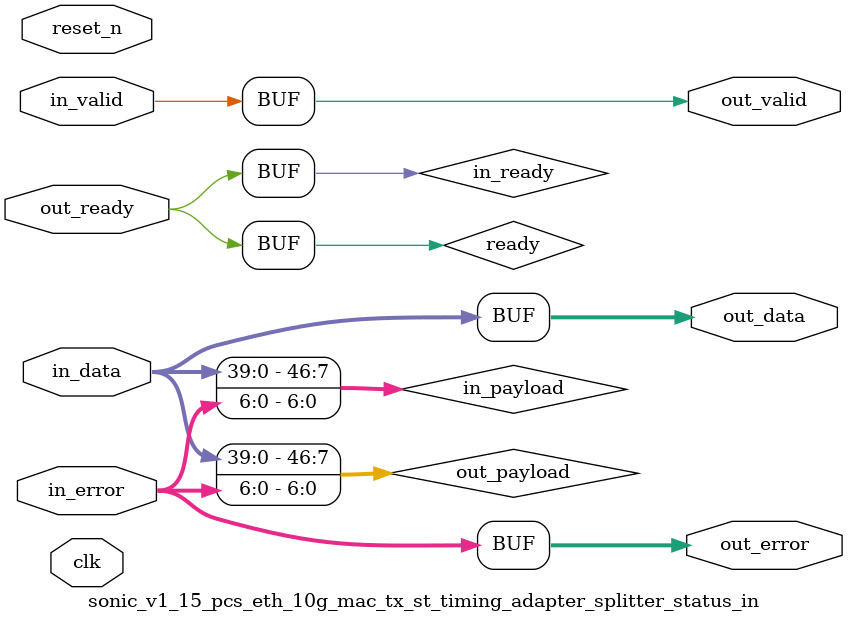
<source format=v>

`timescale 1ns / 100ps
module sonic_v1_15_pcs_eth_10g_mac_tx_st_timing_adapter_splitter_status_in (
    
      // Interface: clk
      input              clk,
      // Interface: reset
      input              reset_n,
      // Interface: in
      input              in_valid,
      input      [39: 0] in_data,
      input      [ 6: 0] in_error,
      // Interface: out
      output reg         out_valid,
      output reg [39: 0] out_data,
      output reg [ 6: 0] out_error,
      input              out_ready
);




   // ---------------------------------------------------------------------
   //| Signal Declarations
   // ---------------------------------------------------------------------

   reg  [46: 0] in_payload;
   reg  [46: 0] out_payload;
   reg  [ 0: 0] ready;
   reg          in_ready;
   // synthesis translate_off
   always @(negedge in_ready) begin
      $display("%m: The downstream component is backpressuring by deasserting ready, but the upstream component can't be backpressured.");
   end
   // synthesis translate_on   


   // ---------------------------------------------------------------------
   //| Payload Mapping
   // ---------------------------------------------------------------------
   always @* begin
     in_payload = {in_data,in_error};
     {out_data,out_error} = out_payload;
   end

   // ---------------------------------------------------------------------
   //| Ready & valid signals.
   // ---------------------------------------------------------------------
   always @* begin
     ready[0] = out_ready;
     out_valid = in_valid;
     out_payload = in_payload;
     in_ready = ready[0];
   end




endmodule


</source>
